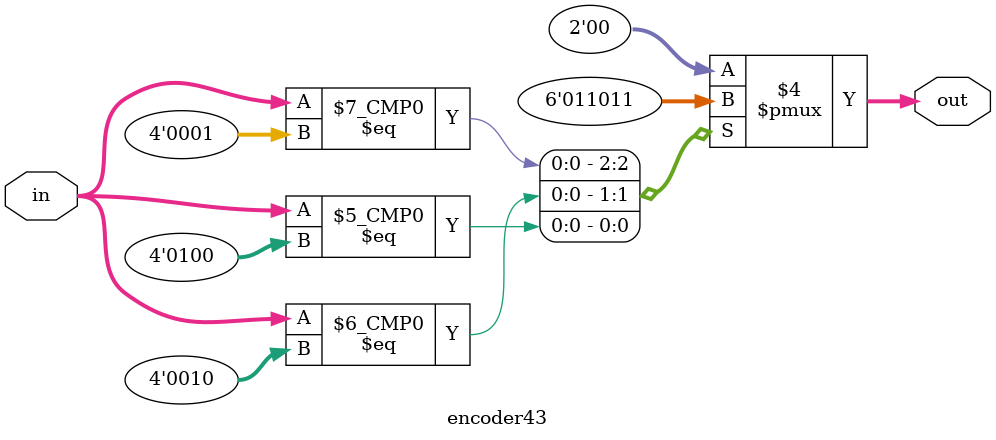
<source format=v>
module encoder43 (input [3:0] in, output reg [1:0] out);

    always @* begin
        case(in)
            4'b0001: out = 2'b01;
            4'b0010: out = 2'b10;
            4'b0100: out = 2'b11;
            4'b1000: out = 2'b00;
            default: out = 2'b00; // Handle undefined case
        endcase
    end

endmodule

</source>
